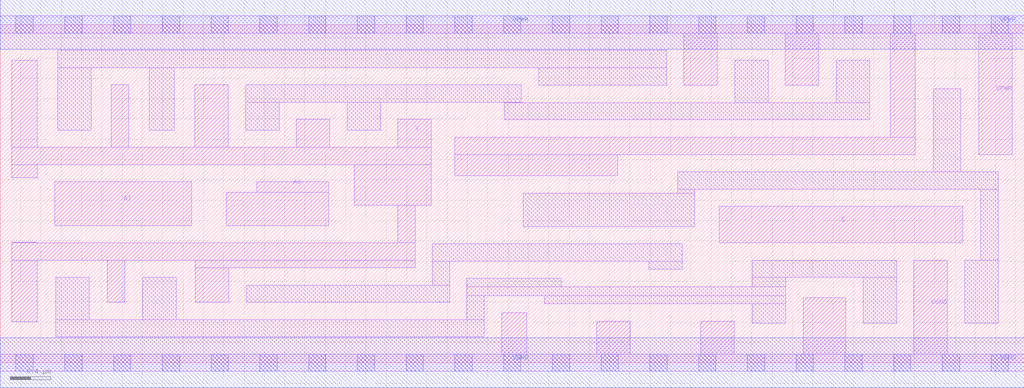
<source format=lef>
# Copyright 2020 The SkyWater PDK Authors
#
# Licensed under the Apache License, Version 2.0 (the "License");
# you may not use this file except in compliance with the License.
# You may obtain a copy of the License at
#
#     https://www.apache.org/licenses/LICENSE-2.0
#
# Unless required by applicable law or agreed to in writing, software
# distributed under the License is distributed on an "AS IS" BASIS,
# WITHOUT WARRANTIES OR CONDITIONS OF ANY KIND, either express or implied.
# See the License for the specific language governing permissions and
# limitations under the License.
#
# SPDX-License-Identifier: Apache-2.0

VERSION 5.7 ;
  NAMESCASESENSITIVE ON ;
  NOWIREEXTENSIONATPIN ON ;
  DIVIDERCHAR "/" ;
  BUSBITCHARS "[]" ;
UNITS
  DATABASE MICRONS 200 ;
END UNITS
MACRO sky130_fd_sc_hs__mux2i_4
  CLASS CORE ;
  SOURCE USER ;
  FOREIGN sky130_fd_sc_hs__mux2i_4 ;
  ORIGIN  0.000000  0.000000 ;
  SIZE  10.08000 BY  3.330000 ;
  SYMMETRY X Y ;
  SITE unit ;
  PIN A0
    ANTENNAGATEAREA  1.116000 ;
    DIRECTION INPUT ;
    USE SIGNAL ;
    PORT
      LAYER li1 ;
        RECT 2.225000 1.350000 3.235000 1.680000 ;
        RECT 2.525000 1.680000 3.235000 1.780000 ;
    END
  END A0
  PIN A1
    ANTENNAGATEAREA  1.116000 ;
    DIRECTION INPUT ;
    USE SIGNAL ;
    PORT
      LAYER li1 ;
        RECT 0.535000 1.350000 1.885000 1.780000 ;
    END
  END A1
  PIN S
    ANTENNAGATEAREA  1.479000 ;
    DIRECTION INPUT ;
    USE SIGNAL ;
    PORT
      LAYER li1 ;
        RECT 7.080000 1.180000 9.475000 1.540000 ;
    END
  END S
  PIN Y
    ANTENNADIFFAREA  2.868700 ;
    DIRECTION OUTPUT ;
    USE SIGNAL ;
    PORT
      LAYER li1 ;
        RECT 0.115000 0.405000 0.365000 1.010000 ;
        RECT 0.115000 1.010000 4.085000 1.180000 ;
        RECT 0.115000 1.180000 0.365000 1.185000 ;
        RECT 0.115000 1.820000 0.365000 1.950000 ;
        RECT 0.115000 1.950000 4.245000 2.120000 ;
        RECT 0.115000 2.120000 0.365000 2.980000 ;
        RECT 1.055000 0.595000 1.225000 1.010000 ;
        RECT 1.095000 2.120000 1.265000 2.735000 ;
        RECT 1.915000 2.120000 2.245000 2.735000 ;
        RECT 1.920000 0.595000 2.250000 0.935000 ;
        RECT 1.920000 0.935000 4.085000 1.010000 ;
        RECT 2.915000 2.120000 3.245000 2.395000 ;
        RECT 3.485000 1.550000 4.245000 1.950000 ;
        RECT 3.915000 1.180000 4.085000 1.550000 ;
        RECT 3.915000 2.120000 4.245000 2.395000 ;
    END
  END Y
  PIN VGND
    DIRECTION INOUT ;
    USE GROUND ;
    PORT
      LAYER li1 ;
        RECT 0.000000 -0.085000 10.080000 0.085000 ;
        RECT 4.935000  0.085000  5.185000 0.490000 ;
        RECT 5.875000  0.085000  6.205000 0.410000 ;
        RECT 6.895000  0.085000  7.225000 0.410000 ;
        RECT 7.905000  0.085000  8.325000 0.640000 ;
        RECT 8.995000  0.085000  9.325000 1.010000 ;
      LAYER mcon ;
        RECT 0.155000 -0.085000 0.325000 0.085000 ;
        RECT 0.635000 -0.085000 0.805000 0.085000 ;
        RECT 1.115000 -0.085000 1.285000 0.085000 ;
        RECT 1.595000 -0.085000 1.765000 0.085000 ;
        RECT 2.075000 -0.085000 2.245000 0.085000 ;
        RECT 2.555000 -0.085000 2.725000 0.085000 ;
        RECT 3.035000 -0.085000 3.205000 0.085000 ;
        RECT 3.515000 -0.085000 3.685000 0.085000 ;
        RECT 3.995000 -0.085000 4.165000 0.085000 ;
        RECT 4.475000 -0.085000 4.645000 0.085000 ;
        RECT 4.955000 -0.085000 5.125000 0.085000 ;
        RECT 5.435000 -0.085000 5.605000 0.085000 ;
        RECT 5.915000 -0.085000 6.085000 0.085000 ;
        RECT 6.395000 -0.085000 6.565000 0.085000 ;
        RECT 6.875000 -0.085000 7.045000 0.085000 ;
        RECT 7.355000 -0.085000 7.525000 0.085000 ;
        RECT 7.835000 -0.085000 8.005000 0.085000 ;
        RECT 8.315000 -0.085000 8.485000 0.085000 ;
        RECT 8.795000 -0.085000 8.965000 0.085000 ;
        RECT 9.275000 -0.085000 9.445000 0.085000 ;
        RECT 9.755000 -0.085000 9.925000 0.085000 ;
      LAYER met1 ;
        RECT 0.000000 -0.245000 10.080000 0.245000 ;
    END
  END VGND
  PIN VPWR
    DIRECTION INOUT ;
    USE POWER ;
    PORT
      LAYER li1 ;
        RECT 0.000000 3.245000 10.080000 3.415000 ;
        RECT 4.475000 1.840000  6.080000 2.050000 ;
        RECT 4.475000 2.050000  9.010000 2.220000 ;
        RECT 6.730000 2.730000  7.060000 3.245000 ;
        RECT 7.730000 2.730000  8.060000 3.245000 ;
        RECT 8.760000 2.220000  9.010000 3.245000 ;
        RECT 9.635000 2.050000  9.965000 3.245000 ;
      LAYER mcon ;
        RECT 0.155000 3.245000 0.325000 3.415000 ;
        RECT 0.635000 3.245000 0.805000 3.415000 ;
        RECT 1.115000 3.245000 1.285000 3.415000 ;
        RECT 1.595000 3.245000 1.765000 3.415000 ;
        RECT 2.075000 3.245000 2.245000 3.415000 ;
        RECT 2.555000 3.245000 2.725000 3.415000 ;
        RECT 3.035000 3.245000 3.205000 3.415000 ;
        RECT 3.515000 3.245000 3.685000 3.415000 ;
        RECT 3.995000 3.245000 4.165000 3.415000 ;
        RECT 4.475000 3.245000 4.645000 3.415000 ;
        RECT 4.955000 3.245000 5.125000 3.415000 ;
        RECT 5.435000 3.245000 5.605000 3.415000 ;
        RECT 5.915000 3.245000 6.085000 3.415000 ;
        RECT 6.395000 3.245000 6.565000 3.415000 ;
        RECT 6.875000 3.245000 7.045000 3.415000 ;
        RECT 7.355000 3.245000 7.525000 3.415000 ;
        RECT 7.835000 3.245000 8.005000 3.415000 ;
        RECT 8.315000 3.245000 8.485000 3.415000 ;
        RECT 8.795000 3.245000 8.965000 3.415000 ;
        RECT 9.275000 3.245000 9.445000 3.415000 ;
        RECT 9.755000 3.245000 9.925000 3.415000 ;
      LAYER met1 ;
        RECT 0.000000 3.085000 10.080000 3.575000 ;
    END
  END VPWR
  OBS
    LAYER li1 ;
      RECT 0.545000 0.255000 4.765000 0.425000 ;
      RECT 0.545000 0.425000 0.875000 0.840000 ;
      RECT 0.565000 2.290000 0.895000 2.905000 ;
      RECT 0.565000 2.905000 6.560000 3.075000 ;
      RECT 1.405000 0.425000 1.735000 0.840000 ;
      RECT 1.465000 2.290000 1.715000 2.905000 ;
      RECT 2.415000 2.290000 2.745000 2.565000 ;
      RECT 2.415000 2.565000 5.130000 2.735000 ;
      RECT 2.420000 0.595000 4.425000 0.765000 ;
      RECT 3.415000 2.290000 3.745000 2.565000 ;
      RECT 4.255000 0.765000 4.425000 1.000000 ;
      RECT 4.255000 1.000000 6.715000 1.170000 ;
      RECT 4.595000 0.425000 4.765000 0.660000 ;
      RECT 4.595000 0.660000 7.735000 0.750000 ;
      RECT 4.595000 0.750000 5.525000 0.830000 ;
      RECT 4.960000 2.390000 8.560000 2.560000 ;
      RECT 4.960000 2.560000 5.130000 2.565000 ;
      RECT 5.150000 1.340000 6.840000 1.670000 ;
      RECT 5.300000 2.730000 6.560000 2.905000 ;
      RECT 5.355000 0.580000 7.735000 0.660000 ;
      RECT 6.385000 0.920000 6.715000 1.000000 ;
      RECT 6.670000 1.670000 6.840000 1.710000 ;
      RECT 6.670000 1.710000 9.825000 1.880000 ;
      RECT 7.230000 2.560000 7.560000 2.980000 ;
      RECT 7.405000 0.390000 7.735000 0.580000 ;
      RECT 7.405000 0.750000 7.735000 0.840000 ;
      RECT 7.405000 0.840000 8.825000 1.010000 ;
      RECT 8.230000 2.560000 8.560000 2.980000 ;
      RECT 8.495000 0.390000 8.825000 0.840000 ;
      RECT 9.185000 1.880000 9.455000 2.700000 ;
      RECT 9.495000 0.390000 9.825000 1.010000 ;
      RECT 9.655000 1.010000 9.825000 1.710000 ;
  END
END sky130_fd_sc_hs__mux2i_4

</source>
